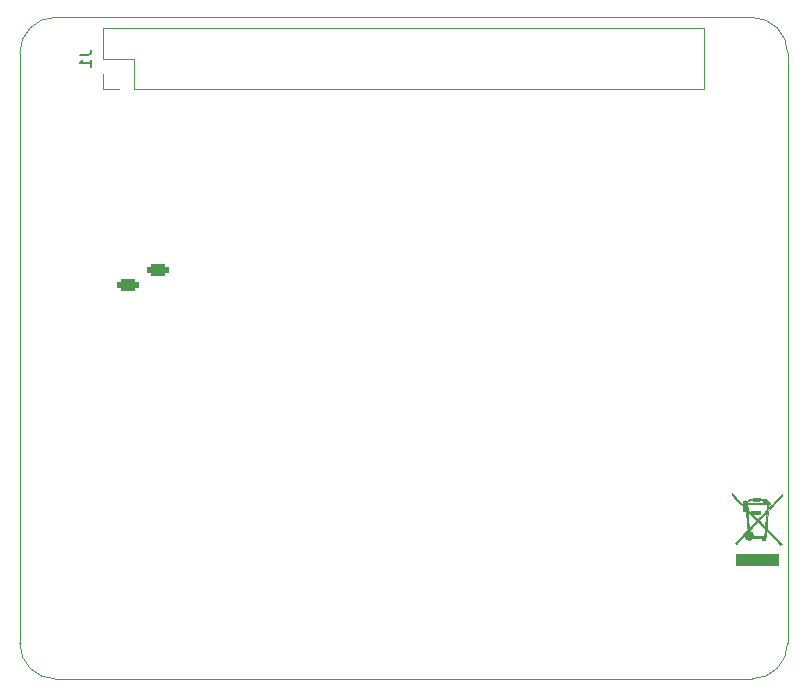
<source format=gbr>
%TF.GenerationSoftware,KiCad,Pcbnew,(6.0.4)*%
%TF.CreationDate,2022-07-22T13:04:17+03:00*%
%TF.ProjectId,shiled_v2,7368696c-6564-45f7-9632-2e6b69636164,rev?*%
%TF.SameCoordinates,Original*%
%TF.FileFunction,Legend,Bot*%
%TF.FilePolarity,Positive*%
%FSLAX46Y46*%
G04 Gerber Fmt 4.6, Leading zero omitted, Abs format (unit mm)*
G04 Created by KiCad (PCBNEW (6.0.4)) date 2022-07-22 13:04:17*
%MOMM*%
%LPD*%
G01*
G04 APERTURE LIST*
G04 Aperture macros list*
%AMRoundRect*
0 Rectangle with rounded corners*
0 $1 Rounding radius*
0 $2 $3 $4 $5 $6 $7 $8 $9 X,Y pos of 4 corners*
0 Add a 4 corners polygon primitive as box body*
4,1,4,$2,$3,$4,$5,$6,$7,$8,$9,$2,$3,0*
0 Add four circle primitives for the rounded corners*
1,1,$1+$1,$2,$3*
1,1,$1+$1,$4,$5*
1,1,$1+$1,$6,$7*
1,1,$1+$1,$8,$9*
0 Add four rect primitives between the rounded corners*
20,1,$1+$1,$2,$3,$4,$5,0*
20,1,$1+$1,$4,$5,$6,$7,0*
20,1,$1+$1,$6,$7,$8,$9,0*
20,1,$1+$1,$8,$9,$2,$3,0*%
G04 Aperture macros list end*
%TA.AperFunction,Profile*%
%ADD10C,0.100000*%
%TD*%
%ADD11C,0.150000*%
%ADD12C,0.010000*%
%ADD13C,0.120000*%
%ADD14C,1.400000*%
%ADD15O,1.400000X1.400000*%
%ADD16R,1.700000X1.700000*%
%ADD17O,1.700000X1.700000*%
%ADD18C,1.500000*%
%ADD19C,3.000000*%
%ADD20R,2.000000X2.000000*%
%ADD21C,2.000000*%
%ADD22R,1.800000X1.100000*%
%ADD23RoundRect,0.275000X-0.625000X0.275000X-0.625000X-0.275000X0.625000X-0.275000X0.625000X0.275000X0*%
%ADD24C,2.340000*%
%ADD25R,1.500000X1.500000*%
%ADD26R,1.300000X1.300000*%
G04 APERTURE END LIST*
D10*
X143546356Y-113817611D02*
X143546356Y-63817611D01*
X78546356Y-63817611D02*
X78546356Y-113817611D01*
X140546356Y-116817611D02*
G75*
G03*
X143546356Y-113817611I37J2999963D01*
G01*
X140546356Y-60817611D02*
X81546356Y-60817611D01*
X81546356Y-116817611D02*
X140546356Y-116817611D01*
X143546389Y-63817611D02*
G75*
G03*
X140546356Y-60817611I-2999989J11D01*
G01*
X81546356Y-60817556D02*
G75*
G03*
X78546356Y-63817611I44J-3000044D01*
G01*
X78546389Y-113817611D02*
G75*
G03*
X81546356Y-116817611I3000011J11D01*
G01*
D11*
X83602380Y-63986666D02*
X84316666Y-63986666D01*
X84459523Y-63939047D01*
X84554761Y-63843809D01*
X84602380Y-63700952D01*
X84602380Y-63605714D01*
X84602380Y-64986666D02*
X84602380Y-64415238D01*
X84602380Y-64700952D02*
X83602380Y-64700952D01*
X83745238Y-64605714D01*
X83840476Y-64510476D01*
X83888095Y-64415238D01*
G36*
X142742971Y-107157822D02*
G01*
X139222178Y-107157822D01*
X139222178Y-106290198D01*
X142742971Y-106290198D01*
X142742971Y-107157822D01*
G37*
D12*
X142742971Y-107157822D02*
X139222178Y-107157822D01*
X139222178Y-106290198D01*
X142742971Y-106290198D01*
X142742971Y-107157822D01*
G36*
X141981662Y-101900696D02*
G01*
X142021314Y-101901782D01*
X142089109Y-101901782D01*
X142089109Y-102014951D01*
X141929577Y-102014951D01*
X141914682Y-102192732D01*
X141912682Y-102217037D01*
X141908023Y-102277880D01*
X141904731Y-102327389D01*
X141903092Y-102360992D01*
X141903390Y-102374116D01*
X141907724Y-102370343D01*
X141927496Y-102350676D01*
X141961679Y-102315818D01*
X142008541Y-102267576D01*
X142066354Y-102207757D01*
X142133387Y-102138167D01*
X142207912Y-102060615D01*
X142288197Y-101976907D01*
X142372513Y-101888849D01*
X142459130Y-101798250D01*
X142546319Y-101706915D01*
X142632349Y-101616653D01*
X142715492Y-101529269D01*
X142794016Y-101446572D01*
X142866192Y-101370368D01*
X142930291Y-101302463D01*
X142984583Y-101244666D01*
X143081592Y-101141040D01*
X143082034Y-101229315D01*
X143082475Y-101317589D01*
X142481938Y-101949158D01*
X141881401Y-102580726D01*
X141869396Y-102724674D01*
X141821365Y-103300635D01*
X141812876Y-103402791D01*
X141802343Y-103530612D01*
X141792621Y-103649767D01*
X141783898Y-103757914D01*
X141776358Y-103852713D01*
X141770187Y-103931819D01*
X141765573Y-103992892D01*
X141762700Y-104033590D01*
X141761754Y-104051570D01*
X141764251Y-104059808D01*
X141775471Y-104077599D01*
X141796751Y-104104411D01*
X141807021Y-104116129D01*
X141829225Y-104141466D01*
X141874023Y-104189986D01*
X141932281Y-104251192D01*
X142005129Y-104326307D01*
X142093703Y-104416550D01*
X142199134Y-104523145D01*
X142268492Y-104593093D01*
X142365179Y-104690658D01*
X142461526Y-104787941D01*
X142554638Y-104882014D01*
X142641618Y-104969950D01*
X142719569Y-105048820D01*
X142785596Y-105115699D01*
X142836802Y-105167658D01*
X143037514Y-105371620D01*
X143001058Y-105409671D01*
X142992460Y-105418245D01*
X142967095Y-105439297D01*
X142949695Y-105447723D01*
X142936071Y-105440530D01*
X142910743Y-105418944D01*
X142880379Y-105387995D01*
X142861896Y-105368448D01*
X142827427Y-105332752D01*
X142778712Y-105282684D01*
X142717469Y-105220001D01*
X142645420Y-105146457D01*
X142564285Y-105063810D01*
X142475784Y-104973815D01*
X142381637Y-104878228D01*
X142283565Y-104778805D01*
X141741161Y-104229343D01*
X141719066Y-104514746D01*
X141714250Y-104575662D01*
X141707216Y-104657548D01*
X141700872Y-104719569D01*
X141694748Y-104764987D01*
X141688373Y-104797062D01*
X141681277Y-104819052D01*
X141672991Y-104834219D01*
X141661393Y-104855416D01*
X141651850Y-104894386D01*
X141649010Y-104950531D01*
X141649010Y-105032773D01*
X141422674Y-105032773D01*
X141422674Y-104856733D01*
X140577082Y-104856733D01*
X140528203Y-104912262D01*
X140514836Y-104926722D01*
X140442388Y-104984813D01*
X140360532Y-105020576D01*
X140271900Y-105032773D01*
X140193692Y-105026306D01*
X140105233Y-104999047D01*
X140029507Y-104950328D01*
X140014748Y-104936403D01*
X139977864Y-104891328D01*
X139945503Y-104838819D01*
X139922297Y-104787061D01*
X139912879Y-104744239D01*
X139912697Y-104738023D01*
X139911342Y-104715246D01*
X139907800Y-104699513D01*
X139900390Y-104692068D01*
X139887431Y-104694156D01*
X139867243Y-104707020D01*
X139838145Y-104731905D01*
X139798456Y-104770053D01*
X139746496Y-104822710D01*
X139680584Y-104891119D01*
X139599040Y-104976524D01*
X139555604Y-105022112D01*
X139483000Y-105098441D01*
X139414309Y-105170808D01*
X139352223Y-105236366D01*
X139299434Y-105292274D01*
X139258634Y-105335686D01*
X139232515Y-105363758D01*
X139161119Y-105441436D01*
X139072863Y-105353416D01*
X139618690Y-104781287D01*
X139653105Y-104745188D01*
X139775546Y-104616272D01*
X139880651Y-104504754D01*
X139968736Y-104410288D01*
X140040116Y-104332529D01*
X140090588Y-104276174D01*
X140297247Y-104276174D01*
X140298872Y-104289434D01*
X140299156Y-104290819D01*
X140312698Y-104322228D01*
X140339748Y-104336863D01*
X140423129Y-104368063D01*
X140497418Y-104420038D01*
X140555846Y-104488791D01*
X140595890Y-104571315D01*
X140615026Y-104664606D01*
X140621364Y-104743565D01*
X141570838Y-104743565D01*
X141577458Y-104715273D01*
X141578629Y-104708329D01*
X141582268Y-104677281D01*
X141587234Y-104627081D01*
X141593157Y-104561727D01*
X141599669Y-104485219D01*
X141606401Y-104401555D01*
X141628724Y-104116129D01*
X141327826Y-103810565D01*
X141272636Y-103754704D01*
X141205109Y-103686888D01*
X141144529Y-103626643D01*
X141093021Y-103576052D01*
X141052710Y-103537200D01*
X141025722Y-103512170D01*
X141014182Y-103503046D01*
X141006444Y-103507405D01*
X140983395Y-103527241D01*
X140948709Y-103560375D01*
X140905487Y-103603820D01*
X140856832Y-103654587D01*
X140844140Y-103668051D01*
X140787229Y-103728275D01*
X140719414Y-103799864D01*
X140645800Y-103877437D01*
X140571493Y-103955611D01*
X140501599Y-104029005D01*
X140497401Y-104033409D01*
X140432420Y-104101785D01*
X140382836Y-104154732D01*
X140346688Y-104194767D01*
X140322016Y-104224411D01*
X140306858Y-104246181D01*
X140299256Y-104262595D01*
X140297247Y-104276174D01*
X140090588Y-104276174D01*
X140095105Y-104271131D01*
X140134019Y-104225748D01*
X140157173Y-104196035D01*
X140164882Y-104181644D01*
X140164883Y-104181559D01*
X140163825Y-104163624D01*
X140160737Y-104123421D01*
X140155858Y-104063687D01*
X140149432Y-103987158D01*
X140141700Y-103896569D01*
X140132905Y-103794657D01*
X140123287Y-103684159D01*
X140113091Y-103567811D01*
X140102556Y-103448348D01*
X140091926Y-103328507D01*
X140081442Y-103211025D01*
X140071346Y-103098637D01*
X140061881Y-102994081D01*
X140053288Y-102900091D01*
X140045809Y-102819405D01*
X140039687Y-102754759D01*
X140035162Y-102708888D01*
X140032478Y-102684530D01*
X140027067Y-102643732D01*
X140156253Y-102643732D01*
X140157908Y-102674653D01*
X140161549Y-102726653D01*
X140166995Y-102797487D01*
X140174063Y-102884911D01*
X140182570Y-102986681D01*
X140192335Y-103100552D01*
X140203174Y-103224279D01*
X140214907Y-103355618D01*
X140224079Y-103456908D01*
X140235566Y-103582526D01*
X140246322Y-103698762D01*
X140256131Y-103803380D01*
X140264781Y-103894140D01*
X140272057Y-103968804D01*
X140277746Y-104025134D01*
X140281634Y-104060891D01*
X140283506Y-104073837D01*
X140289188Y-104069826D01*
X140310020Y-104050138D01*
X140343872Y-104016322D01*
X140388412Y-103970837D01*
X140441310Y-103916146D01*
X140500236Y-103854710D01*
X140562858Y-103788990D01*
X140626848Y-103721449D01*
X140689874Y-103654547D01*
X140749606Y-103590746D01*
X140803713Y-103532507D01*
X140849865Y-103482292D01*
X140885733Y-103442563D01*
X140908984Y-103415780D01*
X140915778Y-103406477D01*
X141097601Y-103406477D01*
X141373305Y-103681968D01*
X141440726Y-103749224D01*
X141504267Y-103812162D01*
X141553490Y-103860100D01*
X141590196Y-103894594D01*
X141616190Y-103917199D01*
X141633276Y-103929471D01*
X141643256Y-103932966D01*
X141647935Y-103929238D01*
X141649116Y-103919844D01*
X141649873Y-103904749D01*
X141652601Y-103865883D01*
X141657108Y-103806895D01*
X141663179Y-103730473D01*
X141670596Y-103639305D01*
X141679142Y-103536080D01*
X141688602Y-103423483D01*
X141698758Y-103304205D01*
X141707723Y-103199077D01*
X141717066Y-103088351D01*
X141725443Y-102987814D01*
X141732653Y-102899943D01*
X141738496Y-102827215D01*
X141742769Y-102772110D01*
X141745273Y-102737104D01*
X141745805Y-102724674D01*
X141745384Y-102724908D01*
X141733509Y-102736350D01*
X141707130Y-102763198D01*
X141668570Y-102803018D01*
X141620153Y-102853372D01*
X141564203Y-102911828D01*
X141503042Y-102975948D01*
X141438995Y-103043298D01*
X141374385Y-103111443D01*
X141311535Y-103177948D01*
X141252768Y-103240377D01*
X141200409Y-103296295D01*
X141099533Y-103404406D01*
X141097601Y-103406477D01*
X140915778Y-103406477D01*
X140917290Y-103404406D01*
X140909148Y-103393383D01*
X140885478Y-103366999D01*
X140848478Y-103327527D01*
X140800350Y-103277191D01*
X140743296Y-103218217D01*
X140679520Y-103152830D01*
X140611222Y-103083255D01*
X140540605Y-103011716D01*
X140469871Y-102940438D01*
X140401222Y-102871647D01*
X140336861Y-102807566D01*
X140278989Y-102750422D01*
X140229810Y-102702439D01*
X140191524Y-102665841D01*
X140166334Y-102642854D01*
X140156442Y-102635703D01*
X140156253Y-102643732D01*
X140027067Y-102643732D01*
X140025390Y-102631089D01*
X139750297Y-102631089D01*
X139750140Y-102530495D01*
X139850891Y-102530495D01*
X139932624Y-102530495D01*
X139939895Y-102530489D01*
X139980950Y-102529613D01*
X140003277Y-102525867D01*
X140012529Y-102517270D01*
X140014357Y-102501840D01*
X140006306Y-102479159D01*
X139978730Y-102441428D01*
X139932624Y-102392179D01*
X139850891Y-102311172D01*
X139850891Y-102530495D01*
X139750140Y-102530495D01*
X139749968Y-102420471D01*
X139749639Y-102209852D01*
X139297914Y-101750891D01*
X138846189Y-101291931D01*
X138845570Y-101204848D01*
X138844951Y-101117767D01*
X139386769Y-101666952D01*
X139439137Y-101719998D01*
X139547803Y-101829772D01*
X139640709Y-101923114D01*
X139719055Y-102001173D01*
X139784043Y-102065097D01*
X139836872Y-102116035D01*
X139878743Y-102155135D01*
X139910855Y-102183548D01*
X139934410Y-102202420D01*
X139950608Y-102212901D01*
X139960649Y-102216139D01*
X139977579Y-102215158D01*
X139987084Y-102207996D01*
X139988723Y-102188401D01*
X139984782Y-102150124D01*
X139982065Y-102126025D01*
X139978284Y-102085744D01*
X139976760Y-102058961D01*
X139976015Y-102049728D01*
X139968746Y-102039839D01*
X139948668Y-102036562D01*
X139909689Y-102037992D01*
X139899737Y-102038553D01*
X139859898Y-102037921D01*
X139831560Y-102029167D01*
X139811586Y-102014951D01*
X140094852Y-102014951D01*
X140099013Y-102062104D01*
X140100935Y-102083498D01*
X140106924Y-102141909D01*
X140112826Y-102180381D01*
X140119727Y-102202912D01*
X140128712Y-102213498D01*
X140140870Y-102216139D01*
X140151801Y-102217937D01*
X140159050Y-102226530D01*
X140163100Y-102246505D01*
X140164863Y-102282450D01*
X140165248Y-102338952D01*
X140165248Y-102461766D01*
X140205447Y-102501840D01*
X140303565Y-102599654D01*
X140441881Y-102737542D01*
X140441881Y-102631089D01*
X141196337Y-102631089D01*
X141196337Y-102870000D01*
X140577831Y-102870000D01*
X140787592Y-103086906D01*
X140827770Y-103128334D01*
X140883328Y-103185200D01*
X140931570Y-103234082D01*
X140969971Y-103272441D01*
X140996003Y-103297741D01*
X141007140Y-103307442D01*
X141011373Y-103304767D01*
X141031224Y-103286782D01*
X141065451Y-103253481D01*
X141112227Y-103206712D01*
X141169724Y-103148325D01*
X141236112Y-103080169D01*
X141309564Y-103004094D01*
X141388251Y-102921950D01*
X141467341Y-102838943D01*
X141544871Y-102757136D01*
X141607746Y-102690083D01*
X141657502Y-102636007D01*
X141695678Y-102593129D01*
X141723811Y-102559673D01*
X141743440Y-102533861D01*
X141756101Y-102513914D01*
X141763334Y-102498056D01*
X141766675Y-102484509D01*
X141767561Y-102477910D01*
X141771488Y-102441548D01*
X141776459Y-102388018D01*
X141781927Y-102323421D01*
X141787344Y-102253862D01*
X141789181Y-102229635D01*
X141794488Y-102164178D01*
X141799548Y-102107717D01*
X141803863Y-102065618D01*
X141806934Y-102043243D01*
X141812955Y-102014951D01*
X140094852Y-102014951D01*
X139811586Y-102014951D01*
X139803630Y-102009289D01*
X139798820Y-102005104D01*
X139759482Y-101954427D01*
X139743903Y-101901782D01*
X140084698Y-101901782D01*
X141499221Y-101901782D01*
X141711881Y-101901782D01*
X141768908Y-101901782D01*
X141785993Y-101901662D01*
X141811308Y-101899462D01*
X141818616Y-101892334D01*
X141812943Y-101877508D01*
X141811267Y-101874682D01*
X141792448Y-101852944D01*
X141765183Y-101828820D01*
X141737987Y-101809254D01*
X141719371Y-101801188D01*
X141717697Y-101802463D01*
X141713544Y-101819976D01*
X141711881Y-101851485D01*
X141711881Y-101901782D01*
X141499221Y-101901782D01*
X141495526Y-101811095D01*
X141491832Y-101720407D01*
X141416386Y-101705252D01*
X141378551Y-101698379D01*
X141315368Y-101688756D01*
X141256065Y-101681496D01*
X141171188Y-101672893D01*
X141171188Y-101776040D01*
X140592773Y-101776040D01*
X140592773Y-101685122D01*
X140520471Y-101693753D01*
X140409998Y-101712249D01*
X140298816Y-101745691D01*
X140206850Y-101792324D01*
X140132542Y-101852786D01*
X140084698Y-101901782D01*
X139743903Y-101901782D01*
X139742172Y-101895934D01*
X139747474Y-101834575D01*
X139775975Y-101775297D01*
X139778733Y-101771606D01*
X139816822Y-101739851D01*
X139866476Y-101721067D01*
X139920002Y-101716071D01*
X139969707Y-101725678D01*
X140007900Y-101750704D01*
X140020831Y-101763480D01*
X140033428Y-101766576D01*
X140051467Y-101756998D01*
X140081928Y-101733082D01*
X140091274Y-101725731D01*
X140163430Y-101679339D01*
X140248915Y-101638084D01*
X140318830Y-101612575D01*
X140693367Y-101612575D01*
X140693367Y-101675446D01*
X141070594Y-101675446D01*
X141070594Y-101612575D01*
X140693367Y-101612575D01*
X140318830Y-101612575D01*
X140339767Y-101604936D01*
X140428027Y-101582868D01*
X140505736Y-101574852D01*
X140513991Y-101574788D01*
X140559879Y-101570321D01*
X140585079Y-101557795D01*
X140592773Y-101535784D01*
X140593676Y-101528849D01*
X140598615Y-101522885D01*
X140610611Y-101518519D01*
X140632680Y-101515503D01*
X140667836Y-101513590D01*
X140719094Y-101512530D01*
X140789471Y-101512077D01*
X140881980Y-101511980D01*
X140968660Y-101512150D01*
X141042332Y-101512834D01*
X141096265Y-101514215D01*
X141133288Y-101516470D01*
X141156230Y-101519778D01*
X141167920Y-101524320D01*
X141171188Y-101530272D01*
X141181937Y-101544888D01*
X141212055Y-101554215D01*
X141223582Y-101555847D01*
X141262886Y-101561591D01*
X141315188Y-101569378D01*
X141372376Y-101578003D01*
X141403916Y-101582393D01*
X141450074Y-101587148D01*
X141482641Y-101588295D01*
X141496023Y-101585495D01*
X141498308Y-101583671D01*
X141519405Y-101579165D01*
X141557355Y-101576029D01*
X141606048Y-101574852D01*
X141711881Y-101574852D01*
X141711894Y-101612575D01*
X141711894Y-101615718D01*
X141712388Y-101628668D01*
X141718819Y-101650411D01*
X141737123Y-101668851D01*
X141772830Y-101690801D01*
X141804174Y-101710854D01*
X141851893Y-101749356D01*
X141895138Y-101792579D01*
X141928219Y-101834627D01*
X141945442Y-101869604D01*
X141949662Y-101883081D01*
X141957480Y-101892334D01*
X141960116Y-101895454D01*
X141981662Y-101900696D01*
G37*
X141981662Y-101900696D02*
X142021314Y-101901782D01*
X142089109Y-101901782D01*
X142089109Y-102014951D01*
X141929577Y-102014951D01*
X141914682Y-102192732D01*
X141912682Y-102217037D01*
X141908023Y-102277880D01*
X141904731Y-102327389D01*
X141903092Y-102360992D01*
X141903390Y-102374116D01*
X141907724Y-102370343D01*
X141927496Y-102350676D01*
X141961679Y-102315818D01*
X142008541Y-102267576D01*
X142066354Y-102207757D01*
X142133387Y-102138167D01*
X142207912Y-102060615D01*
X142288197Y-101976907D01*
X142372513Y-101888849D01*
X142459130Y-101798250D01*
X142546319Y-101706915D01*
X142632349Y-101616653D01*
X142715492Y-101529269D01*
X142794016Y-101446572D01*
X142866192Y-101370368D01*
X142930291Y-101302463D01*
X142984583Y-101244666D01*
X143081592Y-101141040D01*
X143082034Y-101229315D01*
X143082475Y-101317589D01*
X142481938Y-101949158D01*
X141881401Y-102580726D01*
X141869396Y-102724674D01*
X141821365Y-103300635D01*
X141812876Y-103402791D01*
X141802343Y-103530612D01*
X141792621Y-103649767D01*
X141783898Y-103757914D01*
X141776358Y-103852713D01*
X141770187Y-103931819D01*
X141765573Y-103992892D01*
X141762700Y-104033590D01*
X141761754Y-104051570D01*
X141764251Y-104059808D01*
X141775471Y-104077599D01*
X141796751Y-104104411D01*
X141807021Y-104116129D01*
X141829225Y-104141466D01*
X141874023Y-104189986D01*
X141932281Y-104251192D01*
X142005129Y-104326307D01*
X142093703Y-104416550D01*
X142199134Y-104523145D01*
X142268492Y-104593093D01*
X142365179Y-104690658D01*
X142461526Y-104787941D01*
X142554638Y-104882014D01*
X142641618Y-104969950D01*
X142719569Y-105048820D01*
X142785596Y-105115699D01*
X142836802Y-105167658D01*
X143037514Y-105371620D01*
X143001058Y-105409671D01*
X142992460Y-105418245D01*
X142967095Y-105439297D01*
X142949695Y-105447723D01*
X142936071Y-105440530D01*
X142910743Y-105418944D01*
X142880379Y-105387995D01*
X142861896Y-105368448D01*
X142827427Y-105332752D01*
X142778712Y-105282684D01*
X142717469Y-105220001D01*
X142645420Y-105146457D01*
X142564285Y-105063810D01*
X142475784Y-104973815D01*
X142381637Y-104878228D01*
X142283565Y-104778805D01*
X141741161Y-104229343D01*
X141719066Y-104514746D01*
X141714250Y-104575662D01*
X141707216Y-104657548D01*
X141700872Y-104719569D01*
X141694748Y-104764987D01*
X141688373Y-104797062D01*
X141681277Y-104819052D01*
X141672991Y-104834219D01*
X141661393Y-104855416D01*
X141651850Y-104894386D01*
X141649010Y-104950531D01*
X141649010Y-105032773D01*
X141422674Y-105032773D01*
X141422674Y-104856733D01*
X140577082Y-104856733D01*
X140528203Y-104912262D01*
X140514836Y-104926722D01*
X140442388Y-104984813D01*
X140360532Y-105020576D01*
X140271900Y-105032773D01*
X140193692Y-105026306D01*
X140105233Y-104999047D01*
X140029507Y-104950328D01*
X140014748Y-104936403D01*
X139977864Y-104891328D01*
X139945503Y-104838819D01*
X139922297Y-104787061D01*
X139912879Y-104744239D01*
X139912697Y-104738023D01*
X139911342Y-104715246D01*
X139907800Y-104699513D01*
X139900390Y-104692068D01*
X139887431Y-104694156D01*
X139867243Y-104707020D01*
X139838145Y-104731905D01*
X139798456Y-104770053D01*
X139746496Y-104822710D01*
X139680584Y-104891119D01*
X139599040Y-104976524D01*
X139555604Y-105022112D01*
X139483000Y-105098441D01*
X139414309Y-105170808D01*
X139352223Y-105236366D01*
X139299434Y-105292274D01*
X139258634Y-105335686D01*
X139232515Y-105363758D01*
X139161119Y-105441436D01*
X139072863Y-105353416D01*
X139618690Y-104781287D01*
X139653105Y-104745188D01*
X139775546Y-104616272D01*
X139880651Y-104504754D01*
X139968736Y-104410288D01*
X140040116Y-104332529D01*
X140090588Y-104276174D01*
X140297247Y-104276174D01*
X140298872Y-104289434D01*
X140299156Y-104290819D01*
X140312698Y-104322228D01*
X140339748Y-104336863D01*
X140423129Y-104368063D01*
X140497418Y-104420038D01*
X140555846Y-104488791D01*
X140595890Y-104571315D01*
X140615026Y-104664606D01*
X140621364Y-104743565D01*
X141570838Y-104743565D01*
X141577458Y-104715273D01*
X141578629Y-104708329D01*
X141582268Y-104677281D01*
X141587234Y-104627081D01*
X141593157Y-104561727D01*
X141599669Y-104485219D01*
X141606401Y-104401555D01*
X141628724Y-104116129D01*
X141327826Y-103810565D01*
X141272636Y-103754704D01*
X141205109Y-103686888D01*
X141144529Y-103626643D01*
X141093021Y-103576052D01*
X141052710Y-103537200D01*
X141025722Y-103512170D01*
X141014182Y-103503046D01*
X141006444Y-103507405D01*
X140983395Y-103527241D01*
X140948709Y-103560375D01*
X140905487Y-103603820D01*
X140856832Y-103654587D01*
X140844140Y-103668051D01*
X140787229Y-103728275D01*
X140719414Y-103799864D01*
X140645800Y-103877437D01*
X140571493Y-103955611D01*
X140501599Y-104029005D01*
X140497401Y-104033409D01*
X140432420Y-104101785D01*
X140382836Y-104154732D01*
X140346688Y-104194767D01*
X140322016Y-104224411D01*
X140306858Y-104246181D01*
X140299256Y-104262595D01*
X140297247Y-104276174D01*
X140090588Y-104276174D01*
X140095105Y-104271131D01*
X140134019Y-104225748D01*
X140157173Y-104196035D01*
X140164882Y-104181644D01*
X140164883Y-104181559D01*
X140163825Y-104163624D01*
X140160737Y-104123421D01*
X140155858Y-104063687D01*
X140149432Y-103987158D01*
X140141700Y-103896569D01*
X140132905Y-103794657D01*
X140123287Y-103684159D01*
X140113091Y-103567811D01*
X140102556Y-103448348D01*
X140091926Y-103328507D01*
X140081442Y-103211025D01*
X140071346Y-103098637D01*
X140061881Y-102994081D01*
X140053288Y-102900091D01*
X140045809Y-102819405D01*
X140039687Y-102754759D01*
X140035162Y-102708888D01*
X140032478Y-102684530D01*
X140027067Y-102643732D01*
X140156253Y-102643732D01*
X140157908Y-102674653D01*
X140161549Y-102726653D01*
X140166995Y-102797487D01*
X140174063Y-102884911D01*
X140182570Y-102986681D01*
X140192335Y-103100552D01*
X140203174Y-103224279D01*
X140214907Y-103355618D01*
X140224079Y-103456908D01*
X140235566Y-103582526D01*
X140246322Y-103698762D01*
X140256131Y-103803380D01*
X140264781Y-103894140D01*
X140272057Y-103968804D01*
X140277746Y-104025134D01*
X140281634Y-104060891D01*
X140283506Y-104073837D01*
X140289188Y-104069826D01*
X140310020Y-104050138D01*
X140343872Y-104016322D01*
X140388412Y-103970837D01*
X140441310Y-103916146D01*
X140500236Y-103854710D01*
X140562858Y-103788990D01*
X140626848Y-103721449D01*
X140689874Y-103654547D01*
X140749606Y-103590746D01*
X140803713Y-103532507D01*
X140849865Y-103482292D01*
X140885733Y-103442563D01*
X140908984Y-103415780D01*
X140915778Y-103406477D01*
X141097601Y-103406477D01*
X141373305Y-103681968D01*
X141440726Y-103749224D01*
X141504267Y-103812162D01*
X141553490Y-103860100D01*
X141590196Y-103894594D01*
X141616190Y-103917199D01*
X141633276Y-103929471D01*
X141643256Y-103932966D01*
X141647935Y-103929238D01*
X141649116Y-103919844D01*
X141649873Y-103904749D01*
X141652601Y-103865883D01*
X141657108Y-103806895D01*
X141663179Y-103730473D01*
X141670596Y-103639305D01*
X141679142Y-103536080D01*
X141688602Y-103423483D01*
X141698758Y-103304205D01*
X141707723Y-103199077D01*
X141717066Y-103088351D01*
X141725443Y-102987814D01*
X141732653Y-102899943D01*
X141738496Y-102827215D01*
X141742769Y-102772110D01*
X141745273Y-102737104D01*
X141745805Y-102724674D01*
X141745384Y-102724908D01*
X141733509Y-102736350D01*
X141707130Y-102763198D01*
X141668570Y-102803018D01*
X141620153Y-102853372D01*
X141564203Y-102911828D01*
X141503042Y-102975948D01*
X141438995Y-103043298D01*
X141374385Y-103111443D01*
X141311535Y-103177948D01*
X141252768Y-103240377D01*
X141200409Y-103296295D01*
X141099533Y-103404406D01*
X141097601Y-103406477D01*
X140915778Y-103406477D01*
X140917290Y-103404406D01*
X140909148Y-103393383D01*
X140885478Y-103366999D01*
X140848478Y-103327527D01*
X140800350Y-103277191D01*
X140743296Y-103218217D01*
X140679520Y-103152830D01*
X140611222Y-103083255D01*
X140540605Y-103011716D01*
X140469871Y-102940438D01*
X140401222Y-102871647D01*
X140336861Y-102807566D01*
X140278989Y-102750422D01*
X140229810Y-102702439D01*
X140191524Y-102665841D01*
X140166334Y-102642854D01*
X140156442Y-102635703D01*
X140156253Y-102643732D01*
X140027067Y-102643732D01*
X140025390Y-102631089D01*
X139750297Y-102631089D01*
X139750140Y-102530495D01*
X139850891Y-102530495D01*
X139932624Y-102530495D01*
X139939895Y-102530489D01*
X139980950Y-102529613D01*
X140003277Y-102525867D01*
X140012529Y-102517270D01*
X140014357Y-102501840D01*
X140006306Y-102479159D01*
X139978730Y-102441428D01*
X139932624Y-102392179D01*
X139850891Y-102311172D01*
X139850891Y-102530495D01*
X139750140Y-102530495D01*
X139749968Y-102420471D01*
X139749639Y-102209852D01*
X139297914Y-101750891D01*
X138846189Y-101291931D01*
X138845570Y-101204848D01*
X138844951Y-101117767D01*
X139386769Y-101666952D01*
X139439137Y-101719998D01*
X139547803Y-101829772D01*
X139640709Y-101923114D01*
X139719055Y-102001173D01*
X139784043Y-102065097D01*
X139836872Y-102116035D01*
X139878743Y-102155135D01*
X139910855Y-102183548D01*
X139934410Y-102202420D01*
X139950608Y-102212901D01*
X139960649Y-102216139D01*
X139977579Y-102215158D01*
X139987084Y-102207996D01*
X139988723Y-102188401D01*
X139984782Y-102150124D01*
X139982065Y-102126025D01*
X139978284Y-102085744D01*
X139976760Y-102058961D01*
X139976015Y-102049728D01*
X139968746Y-102039839D01*
X139948668Y-102036562D01*
X139909689Y-102037992D01*
X139899737Y-102038553D01*
X139859898Y-102037921D01*
X139831560Y-102029167D01*
X139811586Y-102014951D01*
X140094852Y-102014951D01*
X140099013Y-102062104D01*
X140100935Y-102083498D01*
X140106924Y-102141909D01*
X140112826Y-102180381D01*
X140119727Y-102202912D01*
X140128712Y-102213498D01*
X140140870Y-102216139D01*
X140151801Y-102217937D01*
X140159050Y-102226530D01*
X140163100Y-102246505D01*
X140164863Y-102282450D01*
X140165248Y-102338952D01*
X140165248Y-102461766D01*
X140205447Y-102501840D01*
X140303565Y-102599654D01*
X140441881Y-102737542D01*
X140441881Y-102631089D01*
X141196337Y-102631089D01*
X141196337Y-102870000D01*
X140577831Y-102870000D01*
X140787592Y-103086906D01*
X140827770Y-103128334D01*
X140883328Y-103185200D01*
X140931570Y-103234082D01*
X140969971Y-103272441D01*
X140996003Y-103297741D01*
X141007140Y-103307442D01*
X141011373Y-103304767D01*
X141031224Y-103286782D01*
X141065451Y-103253481D01*
X141112227Y-103206712D01*
X141169724Y-103148325D01*
X141236112Y-103080169D01*
X141309564Y-103004094D01*
X141388251Y-102921950D01*
X141467341Y-102838943D01*
X141544871Y-102757136D01*
X141607746Y-102690083D01*
X141657502Y-102636007D01*
X141695678Y-102593129D01*
X141723811Y-102559673D01*
X141743440Y-102533861D01*
X141756101Y-102513914D01*
X141763334Y-102498056D01*
X141766675Y-102484509D01*
X141767561Y-102477910D01*
X141771488Y-102441548D01*
X141776459Y-102388018D01*
X141781927Y-102323421D01*
X141787344Y-102253862D01*
X141789181Y-102229635D01*
X141794488Y-102164178D01*
X141799548Y-102107717D01*
X141803863Y-102065618D01*
X141806934Y-102043243D01*
X141812955Y-102014951D01*
X140094852Y-102014951D01*
X139811586Y-102014951D01*
X139803630Y-102009289D01*
X139798820Y-102005104D01*
X139759482Y-101954427D01*
X139743903Y-101901782D01*
X140084698Y-101901782D01*
X141499221Y-101901782D01*
X141711881Y-101901782D01*
X141768908Y-101901782D01*
X141785993Y-101901662D01*
X141811308Y-101899462D01*
X141818616Y-101892334D01*
X141812943Y-101877508D01*
X141811267Y-101874682D01*
X141792448Y-101852944D01*
X141765183Y-101828820D01*
X141737987Y-101809254D01*
X141719371Y-101801188D01*
X141717697Y-101802463D01*
X141713544Y-101819976D01*
X141711881Y-101851485D01*
X141711881Y-101901782D01*
X141499221Y-101901782D01*
X141495526Y-101811095D01*
X141491832Y-101720407D01*
X141416386Y-101705252D01*
X141378551Y-101698379D01*
X141315368Y-101688756D01*
X141256065Y-101681496D01*
X141171188Y-101672893D01*
X141171188Y-101776040D01*
X140592773Y-101776040D01*
X140592773Y-101685122D01*
X140520471Y-101693753D01*
X140409998Y-101712249D01*
X140298816Y-101745691D01*
X140206850Y-101792324D01*
X140132542Y-101852786D01*
X140084698Y-101901782D01*
X139743903Y-101901782D01*
X139742172Y-101895934D01*
X139747474Y-101834575D01*
X139775975Y-101775297D01*
X139778733Y-101771606D01*
X139816822Y-101739851D01*
X139866476Y-101721067D01*
X139920002Y-101716071D01*
X139969707Y-101725678D01*
X140007900Y-101750704D01*
X140020831Y-101763480D01*
X140033428Y-101766576D01*
X140051467Y-101756998D01*
X140081928Y-101733082D01*
X140091274Y-101725731D01*
X140163430Y-101679339D01*
X140248915Y-101638084D01*
X140318830Y-101612575D01*
X140693367Y-101612575D01*
X140693367Y-101675446D01*
X141070594Y-101675446D01*
X141070594Y-101612575D01*
X140693367Y-101612575D01*
X140318830Y-101612575D01*
X140339767Y-101604936D01*
X140428027Y-101582868D01*
X140505736Y-101574852D01*
X140513991Y-101574788D01*
X140559879Y-101570321D01*
X140585079Y-101557795D01*
X140592773Y-101535784D01*
X140593676Y-101528849D01*
X140598615Y-101522885D01*
X140610611Y-101518519D01*
X140632680Y-101515503D01*
X140667836Y-101513590D01*
X140719094Y-101512530D01*
X140789471Y-101512077D01*
X140881980Y-101511980D01*
X140968660Y-101512150D01*
X141042332Y-101512834D01*
X141096265Y-101514215D01*
X141133288Y-101516470D01*
X141156230Y-101519778D01*
X141167920Y-101524320D01*
X141171188Y-101530272D01*
X141181937Y-101544888D01*
X141212055Y-101554215D01*
X141223582Y-101555847D01*
X141262886Y-101561591D01*
X141315188Y-101569378D01*
X141372376Y-101578003D01*
X141403916Y-101582393D01*
X141450074Y-101587148D01*
X141482641Y-101588295D01*
X141496023Y-101585495D01*
X141498308Y-101583671D01*
X141519405Y-101579165D01*
X141557355Y-101576029D01*
X141606048Y-101574852D01*
X141711881Y-101574852D01*
X141711894Y-101612575D01*
X141711894Y-101615718D01*
X141712388Y-101628668D01*
X141718819Y-101650411D01*
X141737123Y-101668851D01*
X141772830Y-101690801D01*
X141804174Y-101710854D01*
X141851893Y-101749356D01*
X141895138Y-101792579D01*
X141928219Y-101834627D01*
X141945442Y-101869604D01*
X141949662Y-101883081D01*
X141957480Y-101892334D01*
X141960116Y-101895454D01*
X141981662Y-101900696D01*
D13*
X85590000Y-65590000D02*
X85590000Y-66920000D01*
X85590000Y-64320000D02*
X88190000Y-64320000D01*
X88190000Y-66920000D02*
X136510000Y-66920000D01*
X85590000Y-61720000D02*
X85590000Y-64320000D01*
X85590000Y-61720000D02*
X136510000Y-61720000D01*
X136510000Y-61720000D02*
X136510000Y-66920000D01*
X88190000Y-64320000D02*
X88190000Y-66920000D01*
X85590000Y-66920000D02*
X86920000Y-66920000D01*
%LPC*%
D14*
X98170200Y-83896200D03*
D15*
X100710200Y-83896200D03*
D14*
X94945200Y-82143600D03*
D15*
X94945200Y-84683600D03*
D16*
X81280000Y-70104000D03*
D17*
X81280000Y-72644000D03*
X81280000Y-75184000D03*
D16*
X81280000Y-79375000D03*
D17*
X81280000Y-81915000D03*
X81280000Y-84455000D03*
D18*
X82040000Y-64310000D03*
D19*
X140040000Y-64330000D03*
X82040000Y-113320000D03*
X140030000Y-113310000D03*
D16*
X123520200Y-76276200D03*
D17*
X120980200Y-76276200D03*
D20*
X92583000Y-98425000D03*
D21*
X93973000Y-95065000D03*
X92583000Y-91705000D03*
X85863000Y-91705000D03*
X84473000Y-95065000D03*
X85863000Y-98425000D03*
D22*
X87687200Y-80854000D03*
D23*
X90238200Y-82169000D03*
X87687200Y-83504000D03*
D24*
X117689000Y-108269000D03*
X112689000Y-110769000D03*
X117689000Y-113269000D03*
D16*
X95758000Y-107315000D03*
D20*
X133731000Y-98298000D03*
D21*
X135121000Y-94938000D03*
X133731000Y-91578000D03*
X127011000Y-91578000D03*
X125621000Y-94938000D03*
X127011000Y-98298000D03*
D16*
X123317000Y-112141000D03*
D20*
X112961000Y-98610000D03*
D21*
X114351000Y-95250000D03*
X112961000Y-91890000D03*
X106241000Y-91890000D03*
X104851000Y-95250000D03*
X106241000Y-98610000D03*
D24*
X128462000Y-108371000D03*
X130962000Y-113371000D03*
X133462000Y-108371000D03*
D16*
X123190000Y-106934000D03*
D24*
X100649000Y-108244000D03*
X103149000Y-113244000D03*
X105649000Y-108244000D03*
D25*
X104687600Y-77981600D03*
D18*
X107227600Y-77981600D03*
X109767600Y-77981600D03*
X112307600Y-77981600D03*
D26*
X86920000Y-65590000D03*
D17*
X86920000Y-63050000D03*
X89460000Y-65590000D03*
X89460000Y-63050000D03*
X92000000Y-65590000D03*
X92000000Y-63050000D03*
X94540000Y-65590000D03*
X94540000Y-63050000D03*
X97080000Y-65590000D03*
X97080000Y-63050000D03*
X99620000Y-65590000D03*
X99620000Y-63050000D03*
X102160000Y-65590000D03*
X102160000Y-63050000D03*
X104700000Y-65590000D03*
X104700000Y-63050000D03*
X107240000Y-65590000D03*
X107240000Y-63050000D03*
X109780000Y-65590000D03*
X109780000Y-63050000D03*
X112320000Y-65590000D03*
X112320000Y-63050000D03*
X114860000Y-65590000D03*
X114860000Y-63050000D03*
X117400000Y-65590000D03*
X117400000Y-63050000D03*
X119940000Y-65590000D03*
X119940000Y-63050000D03*
X122480000Y-65590000D03*
X122480000Y-63050000D03*
X125020000Y-65590000D03*
X125020000Y-63050000D03*
X127560000Y-65590000D03*
X127560000Y-63050000D03*
X130100000Y-65590000D03*
X130100000Y-63050000D03*
X132640000Y-65590000D03*
X132640000Y-63050000D03*
X135180000Y-65590000D03*
X135180000Y-63050000D03*
M02*

</source>
